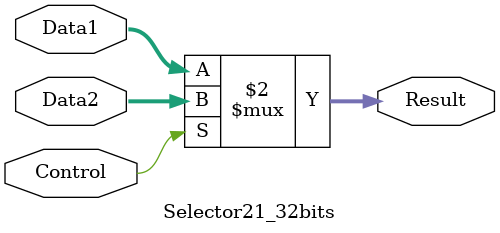
<source format=v>
`timescale 1ns / 1ps


module Selector21_32bits(
    Data1, Data2, Control, Result 
);
    input wire [31:0] Data1;
    input wire [31:0] Data2;
    input  Control;
    output wire [31:0] Result;
    assign Result = (Control == 0) ? Data1: Data2;
    
endmodule

</source>
